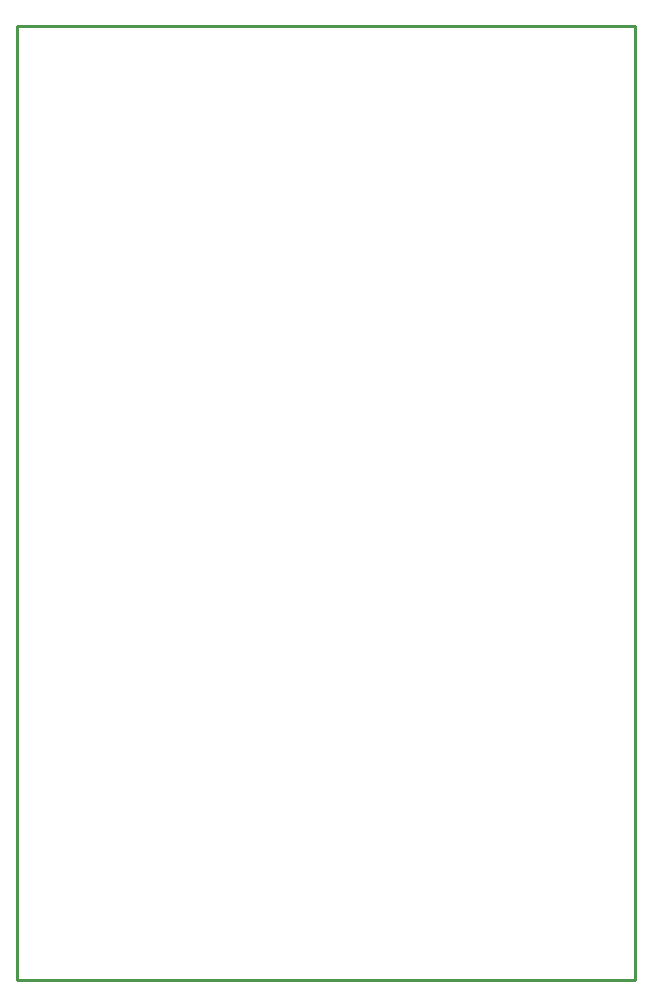
<source format=gm1>
G04 Layer_Color=16711935*
%FSLAX25Y25*%
%MOIN*%
G70*
G01*
G75*
%ADD30C,0.01000*%
D30*
X278000Y98000D02*
X484000D01*
Y416000D01*
X278000D02*
X484000D01*
X278000Y98000D02*
Y416000D01*
Y98000D02*
X484000D01*
Y416000D01*
X278000D02*
X484000D01*
X278000Y98000D02*
Y416000D01*
M02*

</source>
